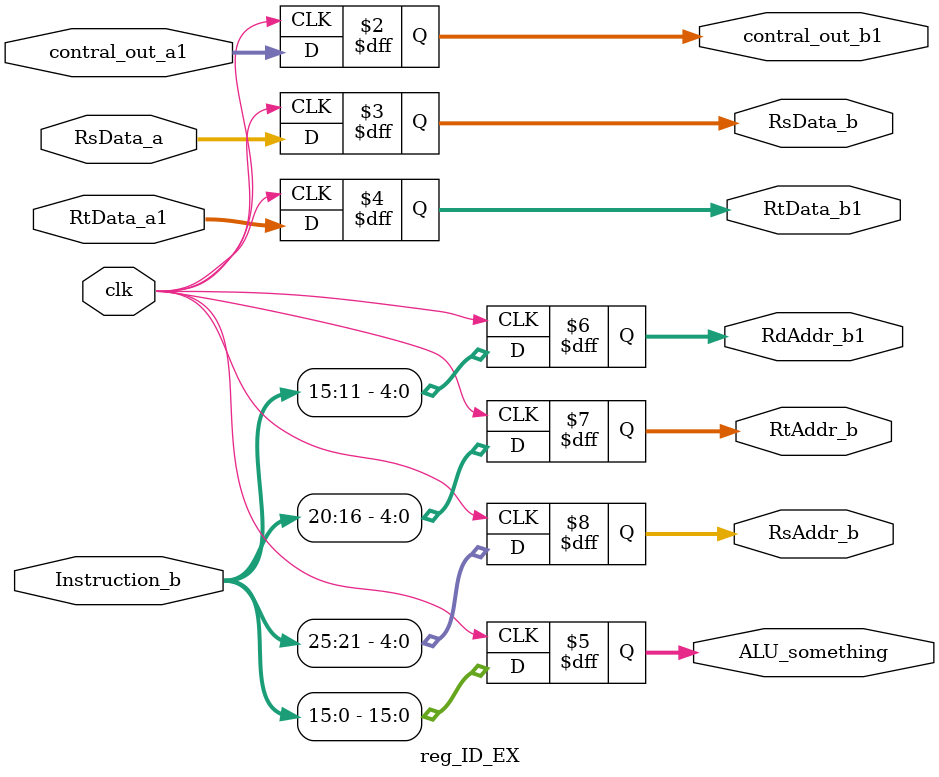
<source format=v>
module reg_ID_EX (
    input clk,
    input [6:0] contral_out_a1,//[6]=ALU_src, [5]=Reg_dst, [4]=Reg_w, [3]=Mem_w, [2]=Mem_r, [1:0]=ALU_op
	input [31:0] RsData_a, RtData_a1,
    input [25:0] Instruction_b,
    output reg [6:0] contral_out_b1,
	output reg [31:0] RsData_b, RtData_b1,
	output reg [15:0] ALU_something,
	output reg [4:0] RdAddr_b1,
	output reg [4:0] RtAddr_b,
	output reg [4:0] RsAddr_b
);
    always @(posedge clk) begin
		//stage 2 to 3
		contral_out_b1 <= contral_out_a1;
		RsData_b <= RsData_a;
		RtData_b1 <= RtData_a1;
		ALU_something <= Instruction_b[15:0];
		RdAddr_b1 <= Instruction_b[15:11];
		RtAddr_b <= Instruction_b[20:16];
		RsAddr_b <= Instruction_b[25:21];
	end
endmodule

</source>
